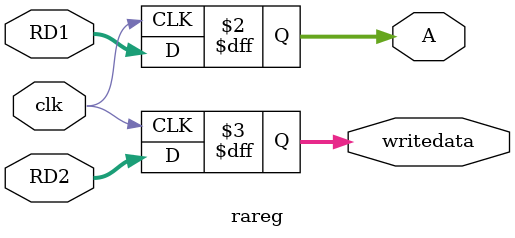
<source format=v>
`timescale 1ns / 1ps


module rareg(
input clk,
input [31:0] RD1,
input [31:0] RD2,
output reg [31:0] A,
output reg [31:0] writedata
    );
    always @(posedge clk) begin 
    A<= RD1;
    writedata<=RD2;
    end 
endmodule

</source>
